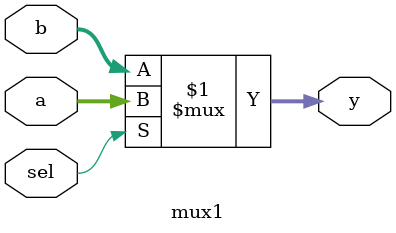
<source format=v>
`timescale 1ns / 1ps


module mux1(
    output wire [31:0] y,
    input wire [31:0] a, b, 
    input wire sel
);
    // a if sel = 1, b if sel = 0
    assign y = sel ? a: b;

endmodule

</source>
